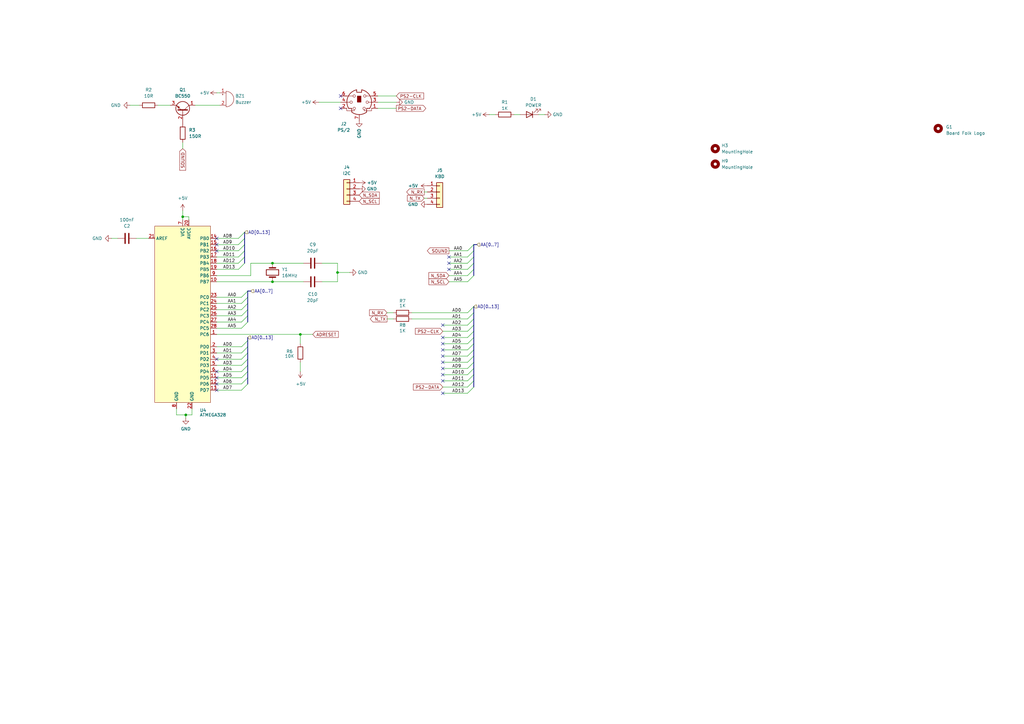
<source format=kicad_sch>
(kicad_sch (version 20231120) (generator "eeschema") (generator_version "8.0")
  (paper "A3")
  (lib_symbols
    (symbol "Connector_Generic:Conn_01x04" (pin_names (offset 1.016) hide)
      (property "Reference" "J" (at 0 5.08 0))
      (property "Value" "Conn_01x04" (at 0 -7.62 0))
      (symbol "Conn_01x04_1_1"
        (rectangle (start -1.27 -4.953) (end 0 -5.207) (stroke (width 0.1524)))
        (rectangle (start -1.27 -2.413) (end 0 -2.667) (stroke (width 0.1524)))
        (rectangle (start -1.27 0.127) (end 0 -0.127) (stroke (width 0.1524)))
        (rectangle (start -1.27 2.667) (end 0 2.413) (stroke (width 0.1524)))
        (rectangle (start -1.27 3.81) (end 1.27 -6.35) (stroke (width 0.254)) (fill (type background)))
        (pin passive line (at -5.08 2.54 0) (length 3.81) (name "Pin_1") (number "1"))
        (pin passive line (at -5.08 0 0) (length 3.81) (name "Pin_2") (number "2"))
        (pin passive line (at -5.08 -2.54 0) (length 3.81) (name "Pin_3") (number "3"))
        (pin passive line (at -5.08 -5.08 0) (length 3.81) (name "Pin_4") (number "4"))
      )
    )
    (symbol "Device:Buzzer" (pin_names (offset 0.0254) hide)
      (property "Reference" "BZ" (at 3.81 1.27 0))
      (property "Value" "Buzzer" (at 3.81 -1.27 0))
      (symbol "Buzzer_0_1"
        (arc (start 0 -3.175) (mid 3.1612 0) (end 0 3.175))
        (polyline (pts (xy -1.651 1.905) (xy -1.143 1.905)))
        (polyline (pts (xy -1.397 2.159) (xy -1.397 1.651)))
        (polyline (pts (xy 0 3.175) (xy 0 -3.175)))
      )
      (symbol "Buzzer_1_1"
        (pin passive line (at -2.54 2.54 0) (length 2.54) (name "+") (number "1"))
        (pin passive line (at -2.54 -2.54 0) (length 2.54) (name "-") (number "2"))
      )
    )
    (symbol "Device:C" (pin_numbers hide) (pin_names (offset 0.254))
      (property "Reference" "C" (at 0.635 2.54 0))
      (property "Value" "C" (at 0.635 -2.54 0))
      (symbol "C_0_1"
        (polyline (pts (xy -2.032 -0.762) (xy 2.032 -0.762)) (stroke (width 0.508)))
        (polyline (pts (xy -2.032 0.762) (xy 2.032 0.762)) (stroke (width 0.508)))
      )
      (symbol "C_1_1"
        (pin passive line (at 0 3.81 270) (length 2.794) (name "~") (number "1"))
        (pin passive line (at 0 -3.81 90) (length 2.794) (name "~") (number "2"))
      )
    )
    (symbol "Device:Crystal" (pin_numbers hide) (pin_names (offset 1.016) hide)
      (property "Reference" "Y" (at 0 3.81 0))
      (property "Value" "Crystal" (at 0 -3.81 0))
      (symbol "Crystal_0_1"
        (rectangle (start -1.143 2.54) (end 1.143 -2.54) (stroke (width 0.3048)))
        (polyline (pts (xy -2.54 0) (xy -1.905 0)))
        (polyline (pts (xy -1.905 -1.27) (xy -1.905 1.27)) (stroke (width 0.508)))
        (polyline (pts (xy 1.905 -1.27) (xy 1.905 1.27)) (stroke (width 0.508)))
        (polyline (pts (xy 2.54 0) (xy 1.905 0)))
      )
      (symbol "Crystal_1_1"
        (pin passive line (at -3.81 0 0) (length 1.27) (name "1") (number "1"))
        (pin passive line (at 3.81 0 180) (length 1.27) (name "2") (number "2"))
      )
    )
    (symbol "Device:LED" (pin_numbers hide) (pin_names (offset 1.016) hide)
      (property "Reference" "D" (at 0 2.54 0))
      (property "Value" "LED" (at 0 -2.54 0))
      (symbol "LED_0_1"
        (polyline (pts (xy -1.27 -1.27) (xy -1.27 1.27)) (stroke (width 0.254)))
        (polyline (pts (xy -1.27 0) (xy 1.27 0)))
        (polyline (pts (xy 1.27 -1.27) (xy 1.27 1.27) (xy -1.27 0) (xy 1.27 -1.27)) (stroke (width 0.254)))
        (polyline (pts (xy -3.048 -0.762) (xy -4.572 -2.286) (xy -3.81 -2.286) (xy -4.572 -2.286) (xy -4.572 -1.524)))
        (polyline (pts (xy -1.778 -0.762) (xy -3.302 -2.286) (xy -2.54 -2.286) (xy -3.302 -2.286) (xy -3.302 -1.524)))
      )
      (symbol "LED_1_1"
        (pin passive line (at -3.81 0 0) (length 2.54) (name "K") (number "1"))
        (pin passive line (at 3.81 0 180) (length 2.54) (name "A") (number "2"))
      )
    )
    (symbol "Device:R" (pin_numbers hide) (pin_names (offset 0))
      (property "Reference" "R" (at 2.032 0 90))
      (property "Value" "R" (at 0 0 90))
      (symbol "R_0_1"
        (rectangle (start -1.016 -2.54) (end 1.016 2.54) (stroke (width 0.254)))
      )
      (symbol "R_1_1"
        (pin passive line (at 0 3.81 270) (length 1.27) (name "~") (number "1"))
        (pin passive line (at 0 -3.81 90) (length 1.27) (name "~") (number "2"))
      )
    )
    (symbol "Mechanical:MountingHole" (pin_names (offset 1.016)) (exclude_from_sim yes) (in_bom no)
      (property "Reference" "H" (at 0 5.08 0))
      (property "Value" "MountingHole" (at 0 3.175 0))
      (symbol "MountingHole_0_1"
        (circle (center 0 0) (radius 1.27) (stroke (width 1.27)))
      )
    )
    (symbol "TIMPS2Key:ATMEGA328"
      (property "Reference" "IC" (at 6.35 -38.1 0))
      (property "Value" "ATMEGA328" (at 6.35 -40.64 0))
      (symbol "ATMEGA328_0_0"
        (pin bidirectional line (at 13.97 -7.62 180) (length 2.54) (name "PC6") (number "1"))
        (pin bidirectional line (at 13.97 13.97 180) (length 2.54) (name "PB7") (number "10"))
        (pin bidirectional line (at 13.97 -25.4 180) (length 2.54) (name "PD5") (number "11"))
        (pin bidirectional line (at 13.97 -27.94 180) (length 2.54) (name "PD6") (number "12"))
        (pin bidirectional line (at 13.97 -30.48 180) (length 2.54) (name "PD7") (number "13"))
        (pin bidirectional line (at 13.97 31.75 180) (length 2.54) (name "PB0") (number "14"))
        (pin bidirectional line (at 13.97 29.21 180) (length 2.54) (name "PB1") (number "15"))
        (pin bidirectional line (at 13.97 26.67 180) (length 2.54) (name "PB2") (number "16"))
        (pin bidirectional line (at 13.97 24.13 180) (length 2.54) (name "PB3") (number "17"))
        (pin bidirectional line (at 13.97 21.59 180) (length 2.54) (name "PB4") (number "18"))
        (pin bidirectional line (at 13.97 19.05 180) (length 2.54) (name "PB5") (number "19"))
        (pin bidirectional line (at 13.97 -12.7 180) (length 2.54) (name "PD0") (number "2"))
        (pin power_in line (at 2.54 39.37 270) (length 2.54) (name "AVCC") (number "20"))
        (pin passive line (at -13.97 31.75 0) (length 2.54) (name "AREF") (number "21"))
        (pin power_in line (at 3.81 -38.1 90) (length 2.54) (name "GND") (number "22"))
        (pin bidirectional line (at 13.97 7.62 180) (length 2.54) (name "PC0") (number "23"))
        (pin bidirectional line (at 13.97 5.08 180) (length 2.54) (name "PC1") (number "24"))
        (pin bidirectional line (at 13.97 2.54 180) (length 2.54) (name "PC2") (number "25"))
        (pin bidirectional line (at 13.97 0 180) (length 2.54) (name "PC3") (number "26"))
        (pin bidirectional line (at 13.97 -2.54 180) (length 2.54) (name "PC4") (number "27"))
        (pin bidirectional line (at 13.97 -5.08 180) (length 2.54) (name "PC5") (number "28"))
        (pin bidirectional line (at 13.97 -15.24 180) (length 2.54) (name "PD1") (number "3"))
        (pin bidirectional line (at 13.97 -17.78 180) (length 2.54) (name "PD2") (number "4"))
        (pin bidirectional line (at 13.97 -20.32 180) (length 2.54) (name "PD3") (number "5"))
        (pin bidirectional line (at 13.97 -22.86 180) (length 2.54) (name "PD4") (number "6"))
        (pin power_in line (at 0 39.37 270) (length 2.54) (name "VCC") (number "7"))
        (pin power_in line (at -2.54 -38.1 90) (length 2.54) (name "GND") (number "8"))
        (pin bidirectional line (at 13.97 16.51 180) (length 2.54) (name "PB6") (number "9"))
      )
      (symbol "ATMEGA328_1_1"
        (rectangle (start -11.43 36.83) (end 11.43 -35.56) (fill (type background)))
      )
    )
    (symbol "TIMPS2Key:Mini-DIN-6" (pin_names (offset 1.016))
      (property "Reference" "J3" (at 0.0177 10.16 0))
      (property "Value" "PS/2" (at 0.0177 7.62 0))
      (symbol "Mini-DIN-6_0_1"
        (circle (center -3.302 0) (radius 0.508))
        (arc (start -3.048 -4.064) (mid 0 -5.08) (end 3.048 -4.064) (stroke (width 0.254)))
        (circle (center -2.032 -2.54) (radius 0.508))
        (circle (center -2.032 2.54) (radius 0.508))
        (arc (start -1.016 5.08) (mid -4.6243 2.1182) (end -4.318 -2.54) (stroke (width 0.254)))
        (rectangle (start -0.762 2.54) (end 0.762 0) (fill (type outline)))
        (polyline (pts (xy -3.81 0) (xy -5.08 0)))
        (polyline (pts (xy -2.54 2.54) (xy -5.08 2.54)))
        (polyline (pts (xy 2.794 2.54) (xy 5.08 2.54)))
        (polyline (pts (xy 5.08 0) (xy 3.81 0)))
        (polyline (pts (xy -4.318 -2.54) (xy -3.048 -2.54) (xy -3.048 -4.064)) (stroke (width 0.254)))
        (polyline (pts (xy 4.318 -2.54) (xy 3.048 -2.54) (xy 3.048 -4.064)) (stroke (width 0.254)))
        (polyline (pts (xy -2.032 -3.048) (xy -2.032 -3.556) (xy -5.08 -3.556) (xy -5.08 -2.54)))
        (polyline (pts (xy -1.016 5.08) (xy -1.016 4.064) (xy 1.016 4.064) (xy 1.016 5.08)) (stroke (width 0.254)))
        (polyline (pts (xy 2.032 -3.048) (xy 2.032 -3.556) (xy 5.08 -3.556) (xy 5.08 -2.54)))
        (circle (center 2.032 -2.54) (radius 0.508))
        (circle (center 2.286 2.54) (radius 0.508))
        (circle (center 3.302 0) (radius 0.508))
        (arc (start 4.318 -2.54) (mid 4.6646 2.1357) (end 1.016 5.08) (stroke (width 0.254)))
      )
      (symbol "Mini-DIN-6_1_1"
        (pin passive line (at 7.62 -2.54 180) (length 2.54) (name "~") (number "1"))
        (pin passive line (at -7.62 -2.54 0) (length 2.54) (name "~") (number "2"))
        (pin passive line (at 7.62 0 180) (length 2.54) (name "~") (number "3"))
        (pin passive line (at -7.62 0 0) (length 2.54) (name "~") (number "4"))
        (pin passive line (at 7.62 2.54 180) (length 2.54) (name "~") (number "5"))
        (pin passive line (at -7.62 2.54 0) (length 2.54) (name "~") (number "6"))
        (pin passive line (at 0 -7.62 90) (length 2.54) (name "") (number "7"))
      )
    )
    (symbol "Transistor_BJT:BC550" (pin_names (offset 0) hide)
      (property "Reference" "Q" (at 5.08 1.905 0))
      (property "Value" "BC550" (at 5.08 0 0))
      (symbol "BC550_0_1"
        (polyline (pts (xy 0 0) (xy 0.635 0)))
        (polyline (pts (xy 0.635 0.635) (xy 2.54 2.54)))
        (polyline (pts (xy 0.635 -0.635) (xy 2.54 -2.54) (xy 2.54 -2.54)))
        (polyline (pts (xy 0.635 1.905) (xy 0.635 -1.905) (xy 0.635 -1.905)) (stroke (width 0.508)))
        (polyline (pts (xy 1.27 -1.778) (xy 1.778 -1.27) (xy 2.286 -2.286) (xy 1.27 -1.778) (xy 1.27 -1.778)) (fill (type outline)))
        (circle (center 1.27 0) (radius 2.8194) (stroke (width 0.254)))
      )
      (symbol "BC550_1_1"
        (pin passive line (at 2.54 5.08 270) (length 2.54) (name "C") (number "1"))
        (pin input line (at -5.08 0 0) (length 5.08) (name "B") (number "2"))
        (pin passive line (at 2.54 -5.08 90) (length 2.54) (name "E") (number "3"))
      )
    )
    (symbol "power:+5V" (power) (pin_numbers hide) (pin_names (offset 0) hide)
      (property "Value" "+5V" (at 0 3.556 0))
      (symbol "+5V_0_1"
        (polyline (pts (xy -0.762 1.27) (xy 0 2.54)))
        (polyline (pts (xy 0 0) (xy 0 2.54)))
        (polyline (pts (xy 0 2.54) (xy 0.762 1.27)))
      )
      (symbol "+5V_1_1"
        (pin power_in line (at 0 0 90) (length 0) (name "~") (number "1"))
      )
    )
    (symbol "power:GND" (power) (pin_numbers hide) (pin_names (offset 0) hide)
      (property "Value" "GND" (at 0 -3.81 0))
      (symbol "GND_0_1"
        (polyline (pts (xy 0 0) (xy 0 -1.27) (xy 1.27 -1.27) (xy 0 -2.54) (xy -1.27 -1.27) (xy 0 -1.27)))
      )
      (symbol "GND_1_1"
        (pin power_in line (at 0 0 270) (length 0) (name "~") (number "1"))
      )
    )
  )
  (junction (at 74.93 88.9))
  (junction (at 111.76 115.57))
  (junction (at 76.2 170.18))
  (junction (at 138.43 111.76))
  (junction (at 111.76 107.95))
  (junction (at 123.19 137.16))
  (no_connect (at 181.61 140.97))
  (no_connect (at 181.61 156.21))
  (no_connect (at 88.9 152.4))
  (no_connect (at 88.9 102.87))
  (no_connect (at 88.9 147.32))
  (no_connect (at 88.9 97.79))
  (no_connect (at 181.61 148.59))
  (no_connect (at 181.61 151.13))
  (no_connect (at 139.7 39.37))
  (no_connect (at 181.61 138.43))
  (no_connect (at 88.9 157.48))
  (no_connect (at 184.15 107.95))
  (no_connect (at 181.61 133.35))
  (no_connect (at 88.9 100.33))
  (no_connect (at 181.61 161.29))
  (no_connect (at 88.9 160.02))
  (no_connect (at 139.7 44.45))
  (no_connect (at 184.15 110.49))
  (no_connect (at 181.61 143.51))
  (no_connect (at 181.61 146.05))
  (no_connect (at 88.9 154.94))
  (no_connect (at 181.61 153.67))
  (no_connect (at 184.15 105.41))
  (bus_entry (at 191.77 133.35) (size 2.54 -2.54))
  (bus_entry (at 191.77 130.81) (size 2.54 -2.54))
  (bus_entry (at 191.77 115.57) (size 2.54 -2.54))
  (bus_entry (at 97.79 102.87) (size 2.54 -2.54))
  (bus_entry (at 97.79 100.33) (size 2.54 -2.54))
  (bus_entry (at 191.77 153.67) (size 2.54 -2.54))
  (bus_entry (at 191.77 138.43) (size 2.54 -2.54))
  (bus_entry (at 99.06 157.48) (size 2.54 -2.54))
  (bus_entry (at 99.06 152.4) (size 2.54 -2.54))
  (bus_entry (at 191.77 105.41) (size 2.54 -2.54))
  (bus_entry (at 191.77 148.59) (size 2.54 -2.54))
  (bus_entry (at 191.77 135.89) (size 2.54 -2.54))
  (bus_entry (at 191.77 156.21) (size 2.54 -2.54))
  (bus_entry (at 99.06 147.32) (size 2.54 -2.54))
  (bus_entry (at 99.06 134.62) (size 2.54 -2.54))
  (bus_entry (at 99.06 154.94) (size 2.54 -2.54))
  (bus_entry (at 99.06 127) (size 2.54 -2.54))
  (bus_entry (at 99.06 160.02) (size 2.54 -2.54))
  (bus_entry (at 97.79 110.49) (size 2.54 -2.54))
  (bus_entry (at 99.06 121.92) (size 2.54 -2.54))
  (bus_entry (at 99.06 129.54) (size 2.54 -2.54))
  (bus_entry (at 97.79 105.41) (size 2.54 -2.54))
  (bus_entry (at 97.79 97.79) (size 2.54 -2.54))
  (bus_entry (at 191.77 140.97) (size 2.54 -2.54))
  (bus_entry (at 191.77 151.13) (size 2.54 -2.54))
  (bus_entry (at 191.77 161.29) (size 2.54 -2.54))
  (bus_entry (at 191.77 158.75) (size 2.54 -2.54))
  (bus_entry (at 191.77 128.27) (size 2.54 -2.54))
  (bus_entry (at 191.77 143.51) (size 2.54 -2.54))
  (bus_entry (at 191.77 113.03) (size 2.54 -2.54))
  (bus_entry (at 191.77 110.49) (size 2.54 -2.54))
  (bus_entry (at 191.77 107.95) (size 2.54 -2.54))
  (bus_entry (at 191.77 102.87) (size 2.54 -2.54))
  (bus_entry (at 99.06 144.78) (size 2.54 -2.54))
  (bus_entry (at 99.06 124.46) (size 2.54 -2.54))
  (bus_entry (at 99.06 149.86) (size 2.54 -2.54))
  (bus_entry (at 99.06 132.08) (size 2.54 -2.54))
  (bus_entry (at 191.77 146.05) (size 2.54 -2.54))
  (bus_entry (at 99.06 142.24) (size 2.54 -2.54))
  (bus_entry (at 97.79 107.95) (size 2.54 -2.54))
  (wire (pts (xy 138.43 107.95) (xy 138.43 111.76)))
  (wire (pts (xy 88.9 147.32) (xy 99.06 147.32)))
  (bus (pts (xy 101.6 154.94) (xy 101.6 157.48)))
  (wire (pts (xy 181.61 133.35) (xy 191.77 133.35)))
  (wire (pts (xy 77.47 90.17) (xy 77.47 88.9)))
  (wire (pts (xy 88.9 137.16) (xy 123.19 137.16)))
  (wire (pts (xy 184.15 102.87) (xy 191.77 102.87)))
  (wire (pts (xy 72.39 170.18) (xy 72.39 167.64)))
  (bus (pts (xy 101.6 139.7) (xy 101.6 142.24)))
  (bus (pts (xy 101.6 147.32) (xy 101.6 149.86)))
  (bus (pts (xy 194.31 133.35) (xy 194.31 135.89)))
  (wire (pts (xy 181.61 143.51) (xy 191.77 143.51)))
  (wire (pts (xy 88.9 149.86) (xy 99.06 149.86)))
  (wire (pts (xy 111.76 115.57) (xy 124.46 115.57)))
  (bus (pts (xy 100.33 100.33) (xy 100.33 102.87)))
  (wire (pts (xy 88.9 100.33) (xy 97.79 100.33)))
  (wire (pts (xy 88.9 107.95) (xy 97.79 107.95)))
  (wire (pts (xy 168.91 128.27) (xy 191.77 128.27)))
  (bus (pts (xy 194.31 156.21) (xy 194.31 158.75)))
  (wire (pts (xy 168.91 130.81) (xy 191.77 130.81)))
  (wire (pts (xy 88.9 115.57) (xy 111.76 115.57)))
  (bus (pts (xy 194.31 125.73) (xy 194.31 128.27)))
  (wire (pts (xy 181.61 161.29) (xy 191.77 161.29)))
  (bus (pts (xy 194.31 140.97) (xy 194.31 143.51)))
  (bus (pts (xy 100.33 105.41) (xy 100.33 107.95)))
  (wire (pts (xy 88.9 154.94) (xy 99.06 154.94)))
  (wire (pts (xy 220.98 46.99) (xy 223.52 46.99)))
  (wire (pts (xy 77.47 88.9) (xy 74.93 88.9)))
  (wire (pts (xy 154.94 41.91) (xy 162.56 41.91)))
  (wire (pts (xy 130.81 41.91) (xy 139.7 41.91)))
  (wire (pts (xy 88.9 113.03) (xy 102.87 113.03)))
  (bus (pts (xy 194.31 130.81) (xy 194.31 133.35)))
  (wire (pts (xy 74.93 60.96) (xy 74.93 58.42)))
  (bus (pts (xy 102.87 119.38) (xy 101.6 119.38)))
  (bus (pts (xy 101.6 124.46) (xy 101.6 127)))
  (wire (pts (xy 184.15 107.95) (xy 191.77 107.95)))
  (bus (pts (xy 194.31 100.33) (xy 194.31 102.87)))
  (wire (pts (xy 88.9 142.24) (xy 99.06 142.24)))
  (wire (pts (xy 181.61 140.97) (xy 191.77 140.97)))
  (wire (pts (xy 88.9 152.4) (xy 99.06 152.4)))
  (wire (pts (xy 158.75 130.81) (xy 161.29 130.81)))
  (wire (pts (xy 184.15 115.57) (xy 191.77 115.57)))
  (bus (pts (xy 194.31 107.95) (xy 194.31 110.49)))
  (bus (pts (xy 101.6 127) (xy 101.6 129.54)))
  (wire (pts (xy 184.15 113.03) (xy 191.77 113.03)))
  (bus (pts (xy 194.31 146.05) (xy 194.31 148.59)))
  (wire (pts (xy 158.75 128.27) (xy 161.29 128.27)))
  (bus (pts (xy 194.31 128.27) (xy 194.31 130.81)))
  (wire (pts (xy 78.74 167.64) (xy 78.74 170.18)))
  (wire (pts (xy 200.66 46.99) (xy 203.2 46.99)))
  (wire (pts (xy 181.61 156.21) (xy 191.77 156.21)))
  (bus (pts (xy 194.31 110.49) (xy 194.31 113.03)))
  (wire (pts (xy 74.93 88.9) (xy 74.93 90.17)))
  (bus (pts (xy 101.6 121.92) (xy 101.6 124.46)))
  (wire (pts (xy 154.94 44.45) (xy 162.56 44.45)))
  (wire (pts (xy 138.43 111.76) (xy 143.51 111.76)))
  (wire (pts (xy 111.76 107.95) (xy 124.46 107.95)))
  (wire (pts (xy 175.26 78.74) (xy 173.99 78.74)))
  (wire (pts (xy 78.74 170.18) (xy 76.2 170.18)))
  (bus (pts (xy 101.6 119.38) (xy 101.6 121.92)))
  (wire (pts (xy 181.61 135.89) (xy 191.77 135.89)))
  (wire (pts (xy 88.9 127) (xy 99.06 127)))
  (wire (pts (xy 64.77 43.18) (xy 69.85 43.18)))
  (wire (pts (xy 88.9 134.62) (xy 99.06 134.62)))
  (wire (pts (xy 53.34 43.18) (xy 57.15 43.18)))
  (wire (pts (xy 181.61 158.75) (xy 191.77 158.75)))
  (bus (pts (xy 101.6 138.43) (xy 101.6 139.7)))
  (wire (pts (xy 181.61 153.67) (xy 191.77 153.67)))
  (wire (pts (xy 90.17 38.1) (xy 88.9 38.1)))
  (wire (pts (xy 45.72 97.79) (xy 48.26 97.79)))
  (wire (pts (xy 138.43 115.57) (xy 138.43 111.76)))
  (wire (pts (xy 88.9 110.49) (xy 97.79 110.49)))
  (wire (pts (xy 184.15 105.41) (xy 191.77 105.41)))
  (wire (pts (xy 184.15 110.49) (xy 191.77 110.49)))
  (wire (pts (xy 181.61 148.59) (xy 191.77 148.59)))
  (bus (pts (xy 100.33 95.25) (xy 100.33 97.79)))
  (bus (pts (xy 194.31 105.41) (xy 194.31 107.95)))
  (bus (pts (xy 101.6 129.54) (xy 101.6 132.08)))
  (wire (pts (xy 123.19 137.16) (xy 128.27 137.16)))
  (wire (pts (xy 76.2 170.18) (xy 76.2 171.45)))
  (wire (pts (xy 76.2 170.18) (xy 72.39 170.18)))
  (bus (pts (xy 194.31 153.67) (xy 194.31 156.21)))
  (wire (pts (xy 154.94 39.37) (xy 162.56 39.37)))
  (wire (pts (xy 88.9 132.08) (xy 99.06 132.08)))
  (bus (pts (xy 101.6 144.78) (xy 101.6 147.32)))
  (bus (pts (xy 101.6 149.86) (xy 101.6 152.4)))
  (wire (pts (xy 55.88 97.79) (xy 60.96 97.79)))
  (wire (pts (xy 80.01 43.18) (xy 90.17 43.18)))
  (wire (pts (xy 88.9 121.92) (xy 99.06 121.92)))
  (bus (pts (xy 101.6 152.4) (xy 101.6 154.94)))
  (bus (pts (xy 194.31 143.51) (xy 194.31 146.05)))
  (wire (pts (xy 181.61 151.13) (xy 191.77 151.13)))
  (wire (pts (xy 173.99 81.28) (xy 175.26 81.28)))
  (wire (pts (xy 88.9 97.79) (xy 97.79 97.79)))
  (bus (pts (xy 100.33 97.79) (xy 100.33 100.33)))
  (wire (pts (xy 181.61 138.43) (xy 191.77 138.43)))
  (wire (pts (xy 88.9 144.78) (xy 99.06 144.78)))
  (bus (pts (xy 194.31 151.13) (xy 194.31 153.67)))
  (wire (pts (xy 102.87 107.95) (xy 111.76 107.95)))
  (bus (pts (xy 194.31 148.59) (xy 194.31 151.13)))
  (wire (pts (xy 132.08 115.57) (xy 138.43 115.57)))
  (wire (pts (xy 102.87 113.03) (xy 102.87 107.95)))
  (wire (pts (xy 123.19 137.16) (xy 123.19 140.97)))
  (bus (pts (xy 194.31 102.87) (xy 194.31 105.41)))
  (bus (pts (xy 100.33 102.87) (xy 100.33 105.41)))
  (wire (pts (xy 88.9 129.54) (xy 99.06 129.54)))
  (wire (pts (xy 88.9 124.46) (xy 99.06 124.46)))
  (wire (pts (xy 88.9 105.41) (xy 97.79 105.41)))
  (wire (pts (xy 88.9 157.48) (xy 99.06 157.48)))
  (wire (pts (xy 88.9 102.87) (xy 97.79 102.87)))
  (wire (pts (xy 181.61 146.05) (xy 191.77 146.05)))
  (wire (pts (xy 88.9 160.02) (xy 99.06 160.02)))
  (wire (pts (xy 123.19 148.59) (xy 123.19 152.4)))
  (bus (pts (xy 101.6 142.24) (xy 101.6 144.78)))
  (wire (pts (xy 74.93 86.36) (xy 74.93 88.9)))
  (bus (pts (xy 194.31 138.43) (xy 194.31 140.97)))
  (wire (pts (xy 210.82 46.99) (xy 213.36 46.99)))
  (bus (pts (xy 194.31 135.89) (xy 194.31 138.43)))
  (wire (pts (xy 132.08 107.95) (xy 138.43 107.95)))
  (bus (pts (xy 195.58 100.33) (xy 194.31 100.33)))
  (label "AA2" (at 186.055 107.95 0))
  (label "AD2" (at 185.42 133.35 0))
  (label "AA5" (at 93.345 134.62 0))
  (label "AD13" (at 185.42 161.29 0))
  (label "AA4" (at 186.055 113.03 0))
  (label "AA3" (at 93.345 129.54 0))
  (label "AD4" (at 91.44 152.4 0))
  (label "AA1" (at 186.055 105.41 0))
  (label "AD8" (at 185.42 148.59 0))
  (label "AD11" (at 185.42 156.21 0))
  (label "AD12" (at 91.44 107.95 0))
  (label "AA4" (at 93.345 132.08 0))
  (label "AD3" (at 185.42 135.89 0))
  (label "AD9" (at 185.42 151.13 0))
  (label "AD2" (at 91.44 147.32 0))
  (label "AD6" (at 185.42 143.51 0))
  (label "AA0" (at 186.055 102.87 0))
  (label "AA3" (at 186.055 110.49 0))
  (label "AD1" (at 91.44 144.78 0))
  (label "AD7" (at 185.42 146.05 0))
  (label "AD10" (at 185.42 153.67 0))
  (label "AD9" (at 91.44 100.33 0))
  (label "AD0" (at 185.42 128.27 0))
  (label "AD12" (at 185.42 158.75 0))
  (label "AD0" (at 91.44 142.24 0))
  (label "AD8" (at 91.44 97.79 0))
  (label "AA0" (at 93.345 121.92 0))
  (label "AA5" (at 186.055 115.57 0))
  (label "AD13" (at 91.44 110.49 0))
  (label "AD4" (at 185.42 138.43 0))
  (label "AD11" (at 91.44 105.41 0))
  (label "AD3" (at 91.44 149.86 0))
  (label "AA1" (at 93.345 124.46 0))
  (label "AD1" (at 185.42 130.81 0))
  (label "AD5" (at 185.42 140.97 0))
  (label "AA2" (at 93.345 127 0))
  (label "AD10" (at 91.44 102.87 0))
  (label "AD5" (at 91.44 154.94 0))
  (label "AD7" (at 91.44 160.02 0))
  (label "AD6" (at 91.44 157.48 0))
  (global_label "PS2-CLK" (shape input) (at 181.61 135.89 180) (property "Intersheetrefs" "${INTERSHEET_REFS}" (effects (hide yes))))
  (global_label "PS2-DATA" (shape input) (at 181.61 158.75 180) (property "Intersheetrefs" "${INTERSHEET_REFS}" (effects (hide yes))))
  (global_label "N_SCL" (shape input) (at 184.15 115.57 180) (property "Intersheetrefs" "${INTERSHEET_REFS}" (effects (hide yes))))
  (global_label "PS2-DATA" (shape output) (at 162.56 44.45 0) (property "Intersheetrefs" "${INTERSHEET_REFS}" (effects (hide yes))))
  (global_label "N_SDA" (shape input) (at 184.15 113.03 180) (property "Intersheetrefs" "${INTERSHEET_REFS}" (effects (hide yes))))
  (global_label "N_RX" (shape output) (at 173.99 78.74 180) (property "Intersheetrefs" "${INTERSHEET_REFS}" (effects (hide yes))))
  (global_label "N_SCL" (shape input) (at 147.32 82.55 0) (property "Intersheetrefs" "${INTERSHEET_REFS}" (effects (hide yes))))
  (global_label "N_TX" (shape input) (at 173.99 81.28 180) (property "Intersheetrefs" "${INTERSHEET_REFS}" (effects (hide yes))))
  (global_label "N_TX" (shape output) (at 158.75 130.81 180) (property "Intersheetrefs" "${INTERSHEET_REFS}" (effects (hide yes))))
  (global_label "PS2-CLK" (shape input) (at 162.56 39.37 0) (property "Intersheetrefs" "${INTERSHEET_REFS}" (effects (hide yes))))
  (global_label "SOUND" (shape input) (at 74.93 60.96 270) (property "Intersheetrefs" "${INTERSHEET_REFS}" (effects (hide yes))))
  (global_label "N_RX" (shape input) (at 158.75 128.27 180) (property "Intersheetrefs" "${INTERSHEET_REFS}" (effects (hide yes))))
  (global_label "ADRESET" (shape input) (at 128.27 137.16 0) (property "Intersheetrefs" "${INTERSHEET_REFS}" (effects (hide yes))))
  (global_label "SOUND" (shape output) (at 184.15 102.87 180) (property "Intersheetrefs" "${INTERSHEET_REFS}" (effects (hide yes))))
  (global_label "N_SDA" (shape input) (at 147.32 80.01 0) (property "Intersheetrefs" "${INTERSHEET_REFS}" (effects (hide yes))))
  (hierarchical_label "AD[0..13]" (shape input) (at 194.31 125.73 0))
  (hierarchical_label "AA[0..7]" (shape input) (at 195.58 100.33 0))
  (hierarchical_label "AD[0..13]" (shape input) (at 101.6 138.43 0))
  (hierarchical_label "AD[0..13]" (shape input) (at 100.33 95.25 0))
  (hierarchical_label "AA[0..7]" (shape input) (at 102.87 119.38 0))
  (symbol (lib_id "power:GND") (at 76.2 171.45 0) (unit 1)
    (property "Reference" "#PWR031" (effects (hide yes)))
    (property "Value" "GND" (at 76.2 175.895 0))
  )
  (symbol (lib_id "Device:R") (at 123.19 144.78 0) (mirror x) (unit 1)
    (property "Reference" "R6" (at 118.745 144.145 0))
    (property "Value" "10K" (at 118.745 146.05 0))
    (property "Footprint" "TIMPS2Key:Resistor 7.62mm" (effects (hide yes)))
  )
  (symbol (lib_id "TIMPS2Key:ATMEGA328") (at 74.93 129.54 0) (unit 1)
    (property "Reference" "U4" (at 81.915 168.275 0) (effects (justify left)))
    (property "Value" "ATMEGA328" (at 81.915 170.18 0) (effects (justify left)))
    (property "Footprint" "TIMPS2Key:DIP-28_W7.62mm_Socket" (effects (hide yes)))
  )
  (symbol (lib_id "power:+5V") (at 200.66 46.99 90) (unit 1)
    (property "Reference" "#PWR012" (effects (hide yes)))
    (property "Value" "+5V" (at 197.485 46.99 90) (effects (justify left)))
    (property "Description" "Power symbol creates a global label with name \"+5V\"" (effects (hide yes)))
  )
  (symbol (lib_id "power:GND") (at 45.72 97.79 270) (unit 1)
    (property "Reference" "#PWR09" (effects (hide yes)))
    (property "Value" "GND" (at 41.91 97.7899 90) (effects (justify right)))
  )
  (symbol (lib_id "Device:C") (at 128.27 115.57 90) (unit 1)
    (property "Reference" "C10" (at 128.27 120.65 90))
    (property "Value" "20pF" (at 128.27 123.19 90))
    (property "Footprint" "TIMPS2Key:Ceramic Cap 5.08mm" (effects (hide yes)))
  )
  (symbol (lib_id "Device:Crystal") (at 111.76 111.76 270) (unit 1)
    (property "Reference" "Y1" (at 115.57 110.49 90) (effects (justify left)))
    (property "Value" "16MHz" (at 115.57 113.03 90) (effects (justify left)))
    (property "Footprint" "TIMPS2Key:Crystal_HC49-U_Vertical" (effects (hide yes)))
  )
  (symbol (lib_id "TIMPS2Key:Mini-DIN-6") (at 147.32 41.91 0) (unit 1)
    (property "Reference" "J2" (at 140.97 50.8 0))
    (property "Value" "PS/2" (at 140.97 53.34 0))
    (property "Footprint" "Arduino:Connector_Mini-DIN_Female_6Pin_2rows" (effects (hide yes)))
    (property "Description" "6-pin Mini-DIN connector" (effects (hide yes)))
  )
  (symbol (lib_id "power:+5V") (at 147.32 74.93 270) (unit 1)
    (property "Reference" "#PWR028" (effects (hide yes)))
    (property "Value" "+5V" (at 150.495 74.93 90) (effects (justify left)))
    (property "Description" "Power symbol creates a global label with name \"+5V\"" (effects (hide yes)))
  )
  (symbol (lib_id "Connector_Generic:Conn_01x04") (at 180.34 78.74 0) (unit 1)
    (property "Reference" "J5" (at 180.34 69.85 0))
    (property "Value" "KBD" (at 180.34 72.39 0))
    (property "Footprint" "TIMPS2Key:PinHeader_1x04_2.54mm" (effects (hide yes)))
    (property "Description" "Generic connector, single row, 01x04, script generated (kicad-library-utils/schlib/autogen/connector/)" (effects (hide yes)))
  )
  (symbol (lib_id "Device:R") (at 60.96 43.18 90) (unit 1)
    (property "Reference" "R2" (at 60.96 36.83 90))
    (property "Value" "10R" (at 60.96 39.37 90))
    (property "Footprint" "TIMPS2Key:Resistor 7.62mm" (effects (hide yes)))
    (property "Description" "Resistor" (effects (hide yes)))
  )
  (symbol (lib_id "power:GND") (at 147.32 49.53 0) (unit 1)
    (property "Reference" "#PWR03" (effects (hide yes)))
    (property "Value" "GND" (at 147.32 52.705 90) (effects (justify right)))
    (property "Description" "Power symbol creates a global label with name \"GND\" , ground" (effects (hide yes)))
  )
  (symbol (lib_id "Device:R") (at 74.93 54.61 0) (unit 1)
    (property "Reference" "R3" (at 77.47 53.3399 0) (effects (justify left)))
    (property "Value" "150R" (at 77.47 55.8799 0) (effects (justify left)))
    (property "Footprint" "TIMPS2Key:Resistor 7.62mm" (effects (hide yes)))
    (property "Description" "Resistor" (effects (hide yes)))
  )
  (symbol (lib_id "power:+5V") (at 175.26 76.2 90) (mirror x) (unit 1)
    (property "Reference" "#PWR01" (effects (hide yes)))
    (property "Value" "+5V" (at 171.45 76.1999 90) (effects (justify left)))
    (property "Description" "Power symbol creates a global label with name \"+5V\"" (effects (hide yes)))
  )
  (symbol (lib_id "power:GND") (at 143.51 111.76 90) (unit 1)
    (property "Reference" "#PWR033" (effects (hide yes)))
    (property "Value" "GND" (at 146.685 111.7599 90) (effects (justify right)))
  )
  (symbol (lib_id "Device:LED") (at 217.17 46.99 180) (unit 1)
    (property "Reference" "D1" (at 218.7575 40.64 0))
    (property "Value" "POWER" (at 218.7575 43.18 0))
    (property "Footprint" "LED_THT:LED_D3.0mm" (effects (hide yes)))
    (property "Description" "Light emitting diode" (effects (hide yes)))
  )
  (symbol (lib_id "power:GND") (at 147.32 77.47 90) (unit 1)
    (property "Reference" "#PWR029" (effects (hide yes)))
    (property "Value" "GND" (at 150.495 77.47 90) (effects (justify right)))
    (property "Description" "Power symbol creates a global label with name \"GND\" , ground" (effects (hide yes)))
  )
  (symbol (lib_id "power:GND") (at 175.26 83.82 270) (mirror x) (unit 1)
    (property "Reference" "#PWR05" (effects (hide yes)))
    (property "Value" "GND" (at 171.45 83.8199 90) (effects (justify right)))
    (property "Description" "Power symbol creates a global label with name \"GND\" , ground" (effects (hide yes)))
  )
  (symbol (lib_id "Device:C") (at 128.27 107.95 90) (unit 1)
    (property "Reference" "C9" (at 128.27 100.33 90))
    (property "Value" "20pF" (at 128.27 102.87 90))
    (property "Footprint" "TIMPS2Key:Ceramic Cap 5.08mm" (effects (hide yes)))
  )
  (symbol (lib_id "Device:R") (at 207.01 46.99 90) (unit 1)
    (property "Reference" "R1" (at 207.01 41.91 90))
    (property "Value" "1K" (at 207.01 44.45 90))
    (property "Footprint" "TIMPS2Key:Resistor 7.62mm" (effects (hide yes)))
    (property "Description" "Resistor" (effects (hide yes)))
  )
  (symbol (lib_id "power:+5V") (at 74.93 86.36 0) (unit 1)
    (property "Reference" "#PWR030" (effects (hide yes)))
    (property "Value" "+5V" (at 74.93 81.28 0))
  )
  (symbol (lib_id "power:GND") (at 53.34 43.18 270) (unit 1)
    (property "Reference" "#PWR026" (effects (hide yes)))
    (property "Value" "GND" (at 49.53 43.1799 90) (effects (justify right)))
    (property "Description" "Power symbol creates a global label with name \"GND\" , ground" (effects (hide yes)))
  )
  (symbol (lib_id "Device:C") (at 52.07 97.79 270) (unit 1)
    (property "Reference" "C2" (at 52.07 92.71 90))
    (property "Value" "100nF" (at 52.07 90.17 90))
    (property "Footprint" "TIMPS2Key:Ceramic Cap 5.08mm" (effects (hide yes)))
  )
  (symbol (lib_id "Mechanical:MountingHole") (at 293.37 60.96 0) (unit 1) (exclude_from_sim yes) (in_bom no)
    (property "Reference" "H3" (at 295.91 59.6899 0) (effects (justify left)))
    (property "Value" "MountingHole" (at 295.91 62.2299 0) (effects (justify left)))
    (property "Footprint" "TIMPS2Key:MountingHole_M2.5" (effects (hide yes)))
    (property "Description" "Mounting Hole without connection" (effects (hide yes)))
  )
  (symbol (lib_id "Mechanical:MountingHole") (at 293.37 67.31 0) (unit 1) (exclude_from_sim yes) (in_bom no)
    (property "Reference" "H9" (at 295.91 66.0399 0) (effects (justify left)))
    (property "Value" "MountingHole" (at 295.91 68.5799 0) (effects (justify left)))
    (property "Footprint" "TIMPS2Key:MountingHole_M2.5" (effects (hide yes)))
    (property "Description" "Mounting Hole without connection" (effects (hide yes)))
  )
  (symbol (lib_id "Device:R") (at 165.1 128.27 270) (mirror x) (unit 1)
    (property "Reference" "R7" (at 165.1 123.444 90))
    (property "Value" "1K" (at 165.1 125.349 90))
    (property "Footprint" "TIMPS2Key:Resistor 7.62mm" (effects (hide yes)))
  )
  (symbol (lib_id "Connector_Generic:Conn_01x04") (at 142.24 77.47 0) (mirror y) (unit 1)
    (property "Reference" "J4" (at 142.24 68.58 0))
    (property "Value" "I2C" (at 142.24 71.12 0))
    (property "Footprint" "TIMPS2Key:PinHeader_1x04_2.54mm" (effects (hide yes)))
    (property "Description" "Generic connector, single row, 01x04, script generated (kicad-library-utils/schlib/autogen/connector/)" (effects (hide yes)))
  )
  (symbol (lib_id "power:+5V") (at 130.81 41.91 90) (unit 1)
    (property "Reference" "#PWR02" (effects (hide yes)))
    (property "Value" "+5V" (at 127.635 41.91 90) (effects (justify left)))
    (property "Description" "Power symbol creates a global label with name \"+5V\"" (effects (hide yes)))
  )
  (symbol (lib_id "Transistor_BJT:BC550") (at 74.93 45.72 270) (mirror x) (unit 1)
    (property "Reference" "Q1" (at 74.93 36.83 90))
    (property "Value" "BC550" (at 74.93 39.37 90))
    (property "Footprint" "TIMPS2Key:TO-92_Inline_Wide" (effects (hide yes)))
    (property "Datasheet" "https://www.onsemi.com/pub/Collateral/BC550-D.pdf" (effects (hide yes)))
    (property "Description" "0.1A Ic, 45V Vce, Small Signal NPN Transistor, TO-92" (effects (hide yes)))
  )
  (symbol (lib_id "Device:Buzzer") (at 92.71 40.64 0) (unit 1)
    (property "Reference" "BZ1" (at 96.52 39.3699 0) (effects (justify left)))
    (property "Value" "Buzzer" (at 96.52 41.9099 0) (effects (justify left)))
    (property "Footprint" "TIMPS2Key:Buzzer" (effects (hide yes)))
    (property "Description" "Buzzer, polarized" (effects (hide yes)))
  )
  (symbol (lib_id "Device:R") (at 165.1 130.81 270) (mirror x) (unit 1)
    (property "Reference" "R8" (at 165.1 133.35 90))
    (property "Value" "1K" (at 165.1 135.636 90))
    (property "Footprint" "TIMPS2Key:Resistor 7.62mm" (effects (hide yes)))
  )
  (symbol (lib_id "power:+5V") (at 123.19 152.4 180) (unit 1)
    (property "Reference" "#PWR032" (effects (hide yes)))
    (property "Value" "+5V" (at 121.285 157.48 0) (effects (justify right)))
  )
  (symbol (lib_id "Mechanical:MountingHole") (at 384.81 52.705 0) (unit 1)
    (property "Reference" "G1" (at 387.985 52.07 0) (effects (justify left)))
    (property "Value" "Board Folk Logo" (at 387.985 54.61 0) (effects (justify left)))
    (property "Footprint" "TIMPS2Key:BF8" (effects (hide yes)))
    (property "Description" "Mounting Hole without connection" (effects (hide yes)))
  )
  (symbol (lib_id "power:GND") (at 223.52 46.99 90) (unit 1)
    (property "Reference" "#PWR016" (effects (hide yes)))
    (property "Value" "GND" (at 226.695 46.99 90) (effects (justify right)))
    (property "Description" "Power symbol creates a global label with name \"GND\" , ground" (effects (hide yes)))
  )
  (symbol (lib_id "power:GND") (at 162.56 41.91 90) (unit 1)
    (property "Reference" "#PWR04" (effects (hide yes)))
    (property "Value" "GND" (at 165.735 41.91 90) (effects (justify right)))
    (property "Description" "Power symbol creates a global label with name \"GND\" , ground" (effects (hide yes)))
  )
  (symbol (lib_id "power:+5V") (at 88.9 38.1 90) (mirror x) (unit 1)
    (property "Reference" "#PWR027" (effects (hide yes)))
    (property "Value" "+5V" (at 85.852 38.1 90) (effects (justify left)))
    (property "Description" "Power symbol creates a global label with name \"+5V\"" (effects (hide yes)))
  )
)
</source>
